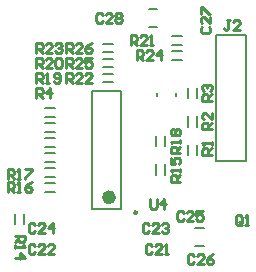
<source format=gto>
G04 Layer_Color=15132400*
%FSLAX25Y25*%
%MOIN*%
G70*
G01*
G75*
%ADD20C,0.01000*%
%ADD27C,0.00984*%
%ADD28C,0.02362*%
%ADD29C,0.00500*%
%ADD30C,0.00787*%
D20*
X129000Y290500D02*
Y293699D01*
X130599D01*
X131133Y293166D01*
Y292099D01*
X130599Y291566D01*
X129000D01*
X130066D02*
X131133Y290500D01*
X133799D02*
Y293699D01*
X132199Y292099D01*
X134332D01*
X167000Y256699D02*
Y254033D01*
X167533Y253500D01*
X168599D01*
X169133Y254033D01*
Y256699D01*
X171799Y253500D02*
Y256699D01*
X170199Y255100D01*
X172332D01*
X139000Y305500D02*
Y308699D01*
X140600D01*
X141133Y308166D01*
Y307100D01*
X140600Y306566D01*
X139000D01*
X140066D02*
X141133Y305500D01*
X144332D02*
X142199D01*
X144332Y307633D01*
Y308166D01*
X143798Y308699D01*
X142732D01*
X142199Y308166D01*
X147531Y308699D02*
X146464Y308166D01*
X145398Y307100D01*
Y306033D01*
X145931Y305500D01*
X146997D01*
X147531Y306033D01*
Y306566D01*
X146997Y307100D01*
X145398D01*
X139000Y300500D02*
Y303699D01*
X140600D01*
X141133Y303166D01*
Y302099D01*
X140600Y301566D01*
X139000D01*
X140066D02*
X141133Y300500D01*
X144332D02*
X142199D01*
X144332Y302633D01*
Y303166D01*
X143798Y303699D01*
X142732D01*
X142199Y303166D01*
X147531Y303699D02*
X145398D01*
Y302099D01*
X146464Y302633D01*
X146997D01*
X147531Y302099D01*
Y301033D01*
X146997Y300500D01*
X145931D01*
X145398Y301033D01*
X162500Y303000D02*
Y306199D01*
X164100D01*
X164633Y305666D01*
Y304599D01*
X164100Y304066D01*
X162500D01*
X163566D02*
X164633Y303000D01*
X167832D02*
X165699D01*
X167832Y305133D01*
Y305666D01*
X167298Y306199D01*
X166232D01*
X165699Y305666D01*
X170497Y303000D02*
Y306199D01*
X168898Y304599D01*
X171031D01*
X129000Y305500D02*
Y308699D01*
X130599D01*
X131133Y308166D01*
Y307100D01*
X130599Y306566D01*
X129000D01*
X130066D02*
X131133Y305500D01*
X134332D02*
X132199D01*
X134332Y307633D01*
Y308166D01*
X133799Y308699D01*
X132732D01*
X132199Y308166D01*
X135398D02*
X135931Y308699D01*
X136997D01*
X137531Y308166D01*
Y307633D01*
X136997Y307100D01*
X136464D01*
X136997D01*
X137531Y306566D01*
Y306033D01*
X136997Y305500D01*
X135931D01*
X135398Y306033D01*
X139000Y295500D02*
Y298699D01*
X140600D01*
X141133Y298166D01*
Y297099D01*
X140600Y296566D01*
X139000D01*
X140066D02*
X141133Y295500D01*
X144332D02*
X142199D01*
X144332Y297633D01*
Y298166D01*
X143798Y298699D01*
X142732D01*
X142199Y298166D01*
X147531Y295500D02*
X145398D01*
X147531Y297633D01*
Y298166D01*
X146997Y298699D01*
X145931D01*
X145398Y298166D01*
X160500Y308000D02*
Y311199D01*
X162100D01*
X162633Y310666D01*
Y309599D01*
X162100Y309066D01*
X160500D01*
X161566D02*
X162633Y308000D01*
X165832D02*
X163699D01*
X165832Y310133D01*
Y310666D01*
X165298Y311199D01*
X164232D01*
X163699Y310666D01*
X166898Y308000D02*
X167964D01*
X167431D01*
Y311199D01*
X166898Y310666D01*
X129000Y300500D02*
Y303699D01*
X130599D01*
X131133Y303166D01*
Y302099D01*
X130599Y301566D01*
X129000D01*
X130066D02*
X131133Y300500D01*
X134332D02*
X132199D01*
X134332Y302633D01*
Y303166D01*
X133799Y303699D01*
X132732D01*
X132199Y303166D01*
X135398D02*
X135931Y303699D01*
X136997D01*
X137531Y303166D01*
Y301033D01*
X136997Y300500D01*
X135931D01*
X135398Y301033D01*
Y303166D01*
X129000Y295500D02*
Y298699D01*
X130599D01*
X131133Y298166D01*
Y297099D01*
X130599Y296566D01*
X129000D01*
X130066D02*
X131133Y295500D01*
X132199D02*
X133265D01*
X132732D01*
Y298699D01*
X132199Y298166D01*
X134865Y296033D02*
X135398Y295500D01*
X136464D01*
X136997Y296033D01*
Y298166D01*
X136464Y298699D01*
X135398D01*
X134865Y298166D01*
Y297633D01*
X135398Y297099D01*
X136997D01*
X177000Y272000D02*
X173801D01*
Y273600D01*
X174334Y274133D01*
X175400D01*
X175934Y273600D01*
Y272000D01*
Y273066D02*
X177000Y274133D01*
Y275199D02*
Y276265D01*
Y275732D01*
X173801D01*
X174334Y275199D01*
Y277865D02*
X173801Y278398D01*
Y279464D01*
X174334Y279997D01*
X174867D01*
X175400Y279464D01*
X175934Y279997D01*
X176467D01*
X177000Y279464D01*
Y278398D01*
X176467Y277865D01*
X175934D01*
X175400Y278398D01*
X174867Y277865D01*
X174334D01*
X175400Y278398D02*
Y279464D01*
X119500Y263500D02*
Y266699D01*
X121099D01*
X121633Y266166D01*
Y265100D01*
X121099Y264566D01*
X119500D01*
X120566D02*
X121633Y263500D01*
X122699D02*
X123765D01*
X123232D01*
Y266699D01*
X122699Y266166D01*
X125365Y266699D02*
X127497D01*
Y266166D01*
X125365Y264033D01*
Y263500D01*
X119500Y259000D02*
Y262199D01*
X121099D01*
X121633Y261666D01*
Y260599D01*
X121099Y260066D01*
X119500D01*
X120566D02*
X121633Y259000D01*
X122699D02*
X123765D01*
X123232D01*
Y262199D01*
X122699Y261666D01*
X127497Y262199D02*
X126431Y261666D01*
X125365Y260599D01*
Y259533D01*
X125898Y259000D01*
X126964D01*
X127497Y259533D01*
Y260066D01*
X126964Y260599D01*
X125365D01*
X177000Y262500D02*
X173801D01*
Y264100D01*
X174334Y264633D01*
X175400D01*
X175934Y264100D01*
Y262500D01*
Y263566D02*
X177000Y264633D01*
Y265699D02*
Y266765D01*
Y266232D01*
X173801D01*
X174334Y265699D01*
X173801Y270497D02*
Y268365D01*
X175400D01*
X174867Y269431D01*
Y269964D01*
X175400Y270497D01*
X176467D01*
X177000Y269964D01*
Y268898D01*
X176467Y268365D01*
X122000Y244500D02*
X125199D01*
Y242900D01*
X124666Y242367D01*
X123600D01*
X123066Y242900D01*
Y244500D01*
Y243434D02*
X122000Y242367D01*
Y241301D02*
Y240235D01*
Y240768D01*
X125199D01*
X124666Y241301D01*
X122000Y237036D02*
X125199D01*
X123600Y238635D01*
Y236503D01*
X187500Y289500D02*
X184301D01*
Y291100D01*
X184834Y291633D01*
X185900D01*
X186434Y291100D01*
Y289500D01*
Y290566D02*
X187500Y291633D01*
X184834Y292699D02*
X184301Y293232D01*
Y294299D01*
X184834Y294832D01*
X185367D01*
X185900Y294299D01*
Y293765D01*
Y294299D01*
X186434Y294832D01*
X186967D01*
X187500Y294299D01*
Y293232D01*
X186967Y292699D01*
X187500Y280000D02*
X184301D01*
Y281599D01*
X184834Y282133D01*
X185900D01*
X186434Y281599D01*
Y280000D01*
Y281066D02*
X187500Y282133D01*
Y285332D02*
Y283199D01*
X185367Y285332D01*
X184834D01*
X184301Y284799D01*
Y283732D01*
X184834Y283199D01*
X187500Y271500D02*
X184301D01*
Y273099D01*
X184834Y273633D01*
X185900D01*
X186434Y273099D01*
Y271500D01*
Y272566D02*
X187500Y273633D01*
Y274699D02*
Y275765D01*
Y275232D01*
X184301D01*
X184834Y274699D01*
X197633Y248533D02*
Y250666D01*
X197099Y251199D01*
X196033D01*
X195500Y250666D01*
Y248533D01*
X196033Y248000D01*
X197099D01*
X196566Y249066D02*
X197633Y248000D01*
X197099D02*
X197633Y248533D01*
X198699Y248000D02*
X199765D01*
X199232D01*
Y251199D01*
X198699Y250666D01*
X193633Y316199D02*
X192566D01*
X193099D01*
Y313533D01*
X192566Y313000D01*
X192033D01*
X191500Y313533D01*
X196832Y313000D02*
X194699D01*
X196832Y315133D01*
Y315666D01*
X196299Y316199D01*
X195232D01*
X194699Y315666D01*
X151133Y318166D02*
X150600Y318699D01*
X149533D01*
X149000Y318166D01*
Y316033D01*
X149533Y315500D01*
X150600D01*
X151133Y316033D01*
X154332Y315500D02*
X152199D01*
X154332Y317633D01*
Y318166D01*
X153798Y318699D01*
X152732D01*
X152199Y318166D01*
X155398D02*
X155931Y318699D01*
X156997D01*
X157531Y318166D01*
Y317633D01*
X156997Y317099D01*
X157531Y316566D01*
Y316033D01*
X156997Y315500D01*
X155931D01*
X155398Y316033D01*
Y316566D01*
X155931Y317099D01*
X155398Y317633D01*
Y318166D01*
X155931Y317099D02*
X156997D01*
X184334Y314133D02*
X183801Y313599D01*
Y312533D01*
X184334Y312000D01*
X186467D01*
X187000Y312533D01*
Y313599D01*
X186467Y314133D01*
X187000Y317332D02*
Y315199D01*
X184867Y317332D01*
X184334D01*
X183801Y316798D01*
Y315732D01*
X184334Y315199D01*
X183801Y318398D02*
Y320531D01*
X184334D01*
X186467Y318398D01*
X187000D01*
X181633Y237666D02*
X181099Y238199D01*
X180033D01*
X179500Y237666D01*
Y235533D01*
X180033Y235000D01*
X181099D01*
X181633Y235533D01*
X184832Y235000D02*
X182699D01*
X184832Y237133D01*
Y237666D01*
X184299Y238199D01*
X183232D01*
X182699Y237666D01*
X188031Y238199D02*
X186964Y237666D01*
X185898Y236599D01*
Y235533D01*
X186431Y235000D01*
X187497D01*
X188031Y235533D01*
Y236066D01*
X187497Y236599D01*
X185898D01*
X178133Y252166D02*
X177600Y252699D01*
X176533D01*
X176000Y252166D01*
Y250033D01*
X176533Y249500D01*
X177600D01*
X178133Y250033D01*
X181332Y249500D02*
X179199D01*
X181332Y251633D01*
Y252166D01*
X180798Y252699D01*
X179732D01*
X179199Y252166D01*
X184531Y252699D02*
X182398D01*
Y251099D01*
X183464Y251633D01*
X183997D01*
X184531Y251099D01*
Y250033D01*
X183997Y249500D01*
X182931D01*
X182398Y250033D01*
X128633Y248166D02*
X128100Y248699D01*
X127033D01*
X126500Y248166D01*
Y246033D01*
X127033Y245500D01*
X128100D01*
X128633Y246033D01*
X131832Y245500D02*
X129699D01*
X131832Y247633D01*
Y248166D01*
X131298Y248699D01*
X130232D01*
X129699Y248166D01*
X134497Y245500D02*
Y248699D01*
X132898Y247099D01*
X135031D01*
X166633Y248166D02*
X166100Y248699D01*
X165033D01*
X164500Y248166D01*
Y246033D01*
X165033Y245500D01*
X166100D01*
X166633Y246033D01*
X169832Y245500D02*
X167699D01*
X169832Y247633D01*
Y248166D01*
X169299Y248699D01*
X168232D01*
X167699Y248166D01*
X170898D02*
X171431Y248699D01*
X172497D01*
X173031Y248166D01*
Y247633D01*
X172497Y247099D01*
X171964D01*
X172497D01*
X173031Y246566D01*
Y246033D01*
X172497Y245500D01*
X171431D01*
X170898Y246033D01*
X128633Y241166D02*
X128100Y241699D01*
X127033D01*
X126500Y241166D01*
Y239033D01*
X127033Y238500D01*
X128100D01*
X128633Y239033D01*
X131832Y238500D02*
X129699D01*
X131832Y240633D01*
Y241166D01*
X131298Y241699D01*
X130232D01*
X129699Y241166D01*
X135031Y238500D02*
X132898D01*
X135031Y240633D01*
Y241166D01*
X134497Y241699D01*
X133431D01*
X132898Y241166D01*
X167633D02*
X167099Y241699D01*
X166033D01*
X165500Y241166D01*
Y239033D01*
X166033Y238500D01*
X167099D01*
X167633Y239033D01*
X170832Y238500D02*
X168699D01*
X170832Y240633D01*
Y241166D01*
X170299Y241699D01*
X169232D01*
X168699Y241166D01*
X171898Y238500D02*
X172964D01*
X172431D01*
Y241699D01*
X171898Y241166D01*
D27*
X162638Y252153D02*
G03*
X162638Y252153I-492J0D01*
G01*
D28*
X154469Y257252D02*
G03*
X154469Y257252I-1181J0D01*
G01*
D29*
X131827Y271976D02*
X135173D01*
X131827Y269024D02*
X135173D01*
X131827Y286976D02*
X135173D01*
X131827Y284024D02*
X135173D01*
X124976Y248327D02*
Y251673D01*
X122024Y248327D02*
Y251673D01*
X131827Y264024D02*
X135173D01*
X131827Y266976D02*
X135173D01*
X131827Y261976D02*
X135173D01*
X131827Y259024D02*
X135173D01*
X131827Y281976D02*
X135173D01*
X131827Y279024D02*
X135173D01*
X131827Y276976D02*
X135173D01*
X131827Y274024D02*
X135173D01*
X179524Y290327D02*
Y293673D01*
X182476Y290327D02*
Y293673D01*
X179524Y280827D02*
Y284173D01*
X182476Y280827D02*
Y284173D01*
X179524Y271327D02*
Y274673D01*
X182476Y271327D02*
Y274673D01*
X151327Y305524D02*
X154673D01*
X151327Y308476D02*
X154673D01*
X151327Y303476D02*
X154673D01*
X151327Y300524D02*
X154673D01*
X151327Y298476D02*
X154673D01*
X151327Y295524D02*
X154673D01*
X174327Y305976D02*
X177673D01*
X174327Y303024D02*
X177673D01*
X174327Y310976D02*
X177673D01*
X174327Y308024D02*
X177673D01*
X171976Y274327D02*
Y277673D01*
X169024Y274327D02*
Y277673D01*
X171976Y264827D02*
Y268173D01*
X169024Y264827D02*
Y268173D01*
D30*
X175650Y291106D02*
Y291894D01*
X169350Y291106D02*
Y291894D01*
X166622Y320150D02*
X169378D01*
X166622Y313850D02*
X169378D01*
X182122Y240850D02*
X184878D01*
X182122Y247150D02*
X184878D01*
X157224Y253315D02*
Y292685D01*
X147776Y253315D02*
Y292685D01*
Y253315D02*
X157224D01*
X147776Y292685D02*
X157224D01*
X198921Y269500D02*
Y311484D01*
X189079Y269500D02*
X198921D01*
X189079D02*
Y311484D01*
X198921D01*
M02*

</source>
